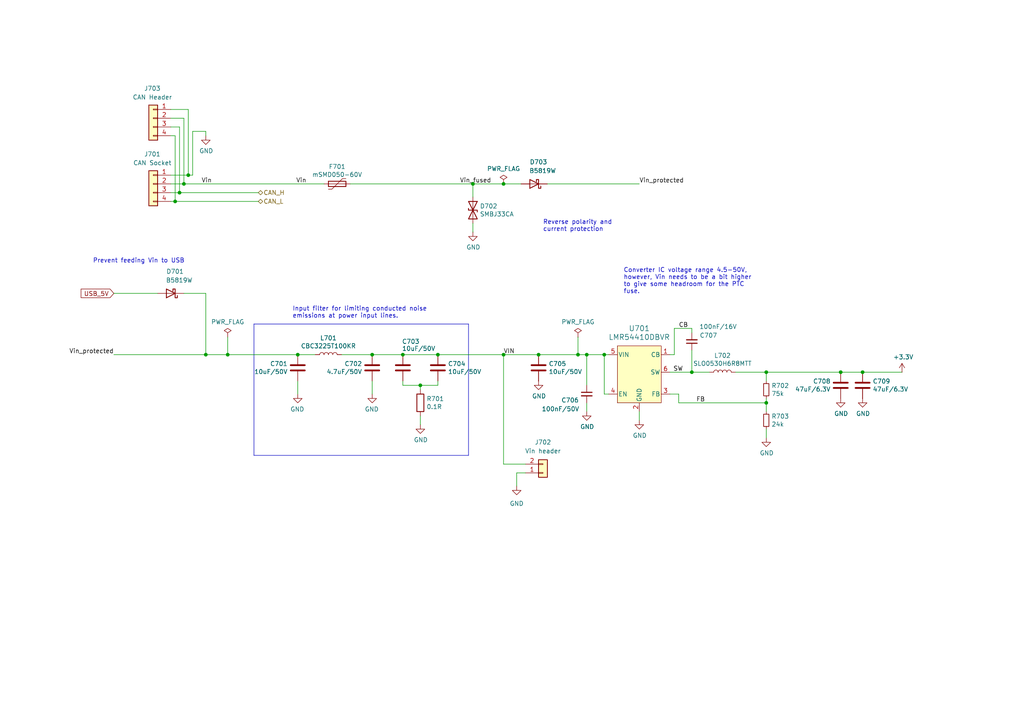
<source format=kicad_sch>
(kicad_sch (version 20231120) (generator "eeschema") (generator_version "8.0")
  (paper "A4")
  (title_block (title "SH-ESP32") (date "2024-10-16") (rev "2.2.1") (company "Hat Labs Oy") (comment 1 "https://creativecommons.org/licenses/by-sa/4.0") (comment 2 "To view a copy of this license, visit ") (comment 3 "SH-ESP32 is licensed under CC BY-SA 4.0."))
  (lib_symbols
    (symbol "Connector_Generic:Conn_01x02" (pin_names (offset 1.016) hide)
      (property "Reference" "J" (at 0 2.54 0))
      (property "Value" "Conn_01x02" (at 0 -5.08 0))
      (symbol "Conn_01x02_1_1"
        (rectangle (start -1.27 -2.413) (end 0 -2.667) (stroke (width 0.1524)))
        (rectangle (start -1.27 0.127) (end 0 -0.127) (stroke (width 0.1524)))
        (rectangle (start -1.27 1.27) (end 1.27 -3.81) (stroke (width 0.254)) (fill (type background)))
        (pin passive line (at -5.08 0 0) (length 3.81) (name "Pin_1") (number "1"))
        (pin passive line (at -5.08 -2.54 0) (length 3.81) (name "Pin_2") (number "2"))
      )
    )
    (symbol "Connector_Generic:Conn_01x04" (pin_names (offset 1.016) hide)
      (property "Reference" "J" (at 0 5.08 0))
      (property "Value" "Conn_01x04" (at 0 -7.62 0))
      (symbol "Conn_01x04_1_1"
        (rectangle (start -1.27 -4.953) (end 0 -5.207) (stroke (width 0.1524)))
        (rectangle (start -1.27 -2.413) (end 0 -2.667) (stroke (width 0.1524)))
        (rectangle (start -1.27 0.127) (end 0 -0.127) (stroke (width 0.1524)))
        (rectangle (start -1.27 2.667) (end 0 2.413) (stroke (width 0.1524)))
        (rectangle (start -1.27 3.81) (end 1.27 -6.35) (stroke (width 0.254)) (fill (type background)))
        (pin passive line (at -5.08 2.54 0) (length 3.81) (name "Pin_1") (number "1"))
        (pin passive line (at -5.08 0 0) (length 3.81) (name "Pin_2") (number "2"))
        (pin passive line (at -5.08 -2.54 0) (length 3.81) (name "Pin_3") (number "3"))
        (pin passive line (at -5.08 -5.08 0) (length 3.81) (name "Pin_4") (number "4"))
      )
    )
    (symbol "Device:C" (pin_numbers hide) (pin_names (offset 0.254))
      (property "Reference" "C" (at 0.635 2.54 0))
      (property "Value" "C" (at 0.635 -2.54 0))
      (symbol "C_0_1"
        (polyline (pts (xy -2.032 -0.762) (xy 2.032 -0.762)) (stroke (width 0.508)))
        (polyline (pts (xy -2.032 0.762) (xy 2.032 0.762)) (stroke (width 0.508)))
      )
      (symbol "C_1_1"
        (pin passive line (at 0 3.81 270) (length 2.794) (name "~") (number "1"))
        (pin passive line (at 0 -3.81 90) (length 2.794) (name "~") (number "2"))
      )
    )
    (symbol "Device:C_Small" (pin_numbers hide) (pin_names (offset 0.254) hide)
      (property "Reference" "C" (at 0.254 1.778 0))
      (property "Value" "C_Small" (at 0.254 -2.032 0))
      (symbol "C_Small_0_1"
        (polyline (pts (xy -1.524 -0.508) (xy 1.524 -0.508)) (stroke (width 0.3302)))
        (polyline (pts (xy -1.524 0.508) (xy 1.524 0.508)) (stroke (width 0.3048)))
      )
      (symbol "C_Small_1_1"
        (pin passive line (at 0 2.54 270) (length 2.032) (name "~") (number "1"))
        (pin passive line (at 0 -2.54 90) (length 2.032) (name "~") (number "2"))
      )
    )
    (symbol "Device:D_Schottky" (pin_numbers hide) (pin_names (offset 1.016) hide)
      (property "Reference" "D" (at 0 2.54 0))
      (property "Value" "D_Schottky" (at 0 -2.54 0))
      (symbol "D_Schottky_0_1"
        (polyline (pts (xy 1.27 0) (xy -1.27 0)))
        (polyline (pts (xy 1.27 1.27) (xy 1.27 -1.27) (xy -1.27 0) (xy 1.27 1.27)) (stroke (width 0.254)))
        (polyline (pts (xy -1.905 0.635) (xy -1.905 1.27) (xy -1.27 1.27) (xy -1.27 -1.27) (xy -0.635 -1.27) (xy -0.635 -0.635)) (stroke (width 0.254)))
      )
      (symbol "D_Schottky_1_1"
        (pin passive line (at -3.81 0 0) (length 2.54) (name "K") (number "1"))
        (pin passive line (at 3.81 0 180) (length 2.54) (name "A") (number "2"))
      )
    )
    (symbol "Device:D_TVS" (pin_numbers hide) (pin_names (offset 1.016) hide)
      (property "Reference" "D" (at 0 2.54 0))
      (property "Value" "D_TVS" (at 0 -2.54 0))
      (symbol "D_TVS_0_1"
        (polyline (pts (xy 1.27 0) (xy -1.27 0)))
        (polyline (pts (xy 0.508 1.27) (xy 0 1.27) (xy 0 -1.27) (xy -0.508 -1.27)) (stroke (width 0.254)))
        (polyline (pts (xy -2.54 1.27) (xy -2.54 -1.27) (xy 2.54 1.27) (xy 2.54 -1.27) (xy -2.54 1.27)) (stroke (width 0.254)))
      )
      (symbol "D_TVS_1_1"
        (pin passive line (at -3.81 0 0) (length 2.54) (name "A1") (number "1"))
        (pin passive line (at 3.81 0 180) (length 2.54) (name "A2") (number "2"))
      )
    )
    (symbol "Device:L" (pin_numbers hide) (pin_names (offset 1.016) hide)
      (property "Reference" "L" (at -1.27 0 90))
      (property "Value" "L" (at 1.905 0 90))
      (symbol "L_0_1"
        (arc (start 0 -2.54) (mid 0.6323 -1.905) (end 0 -1.27))
        (arc (start 0 -1.27) (mid 0.6323 -0.635) (end 0 0))
        (arc (start 0 0) (mid 0.6323 0.635) (end 0 1.27))
        (arc (start 0 1.27) (mid 0.6323 1.905) (end 0 2.54))
      )
      (symbol "L_1_1"
        (pin passive line (at 0 3.81 270) (length 1.27) (name "1") (number "1"))
        (pin passive line (at 0 -3.81 90) (length 1.27) (name "2") (number "2"))
      )
    )
    (symbol "Device:Polyfuse" (pin_numbers hide) (pin_names (offset 0))
      (property "Reference" "F" (at -2.54 0 90))
      (property "Value" "Polyfuse" (at 2.54 0 90))
      (symbol "Polyfuse_0_1"
        (rectangle (start -0.762 2.54) (end 0.762 -2.54) (stroke (width 0.254)))
        (polyline (pts (xy 0 2.54) (xy 0 -2.54)))
        (polyline (pts (xy -1.524 2.54) (xy -1.524 1.524) (xy 1.524 -1.524) (xy 1.524 -2.54)))
      )
      (symbol "Polyfuse_1_1"
        (pin passive line (at 0 3.81 270) (length 1.27) (name "~") (number "1"))
        (pin passive line (at 0 -3.81 90) (length 1.27) (name "~") (number "2"))
      )
    )
    (symbol "Device:R" (pin_numbers hide) (pin_names (offset 0))
      (property "Reference" "R" (at 2.032 0 90))
      (property "Value" "R" (at 0 0 90))
      (symbol "R_0_1"
        (rectangle (start -1.016 -2.54) (end 1.016 2.54) (stroke (width 0.254)))
      )
      (symbol "R_1_1"
        (pin passive line (at 0 3.81 270) (length 1.27) (name "~") (number "1"))
        (pin passive line (at 0 -3.81 90) (length 1.27) (name "~") (number "2"))
      )
    )
    (symbol "Device:R_Small" (pin_numbers hide) (pin_names (offset 0.254) hide)
      (property "Reference" "R" (at 0.762 0.508 0))
      (property "Value" "R_Small" (at 0.762 -1.016 0))
      (symbol "R_Small_0_1"
        (rectangle (start -0.762 1.778) (end 0.762 -1.778) (stroke (width 0.2032)))
      )
      (symbol "R_Small_1_1"
        (pin passive line (at 0 2.54 270) (length 0.762) (name "~") (number "1"))
        (pin passive line (at 0 -2.54 90) (length 0.762) (name "~") (number "2"))
      )
    )
    (symbol "HALSER:LMR54410DBVR" (pin_names (offset 0.254))
      (property "Reference" "U701" (at 0 12.7 0))
      (property "Value" "LMR54410DBVR" (at 0 10.16 0))
      (symbol "LMR54410DBVR_1_1"
        (rectangle (start -6.35 7.62) (end 6.35 -8.89) (fill (type background)))
        (pin input line (at 8.89 5.08 180) (length 2.54) (name "CB") (number "1"))
        (pin power_in line (at 0 -11.43 90) (length 2.54) (name "GND") (number "2"))
        (pin input line (at 8.89 -6.35 180) (length 2.54) (name "FB") (number "3"))
        (pin input line (at -8.89 -6.35 0) (length 2.54) (name "EN") (number "4"))
        (pin power_in line (at -8.89 5.08 0) (length 2.54) (name "VIN") (number "5"))
        (pin power_out line (at 8.89 0 180) (length 2.54) (name "SW") (number "6"))
      )
    )
    (symbol "power:+3.3V" (power) (pin_numbers hide) (pin_names (offset 0) hide)
      (property "Value" "+3.3V" (at 0 3.556 0))
      (symbol "+3.3V_0_1"
        (polyline (pts (xy -0.762 1.27) (xy 0 2.54)))
        (polyline (pts (xy 0 0) (xy 0 2.54)))
        (polyline (pts (xy 0 2.54) (xy 0.762 1.27)))
      )
      (symbol "+3.3V_1_1"
        (pin power_in line (at 0 0 90) (length 0) (name "~") (number "1"))
      )
    )
    (symbol "power:GND" (power) (pin_numbers hide) (pin_names (offset 0) hide)
      (property "Value" "GND" (at 0 -3.81 0))
      (symbol "GND_0_1"
        (polyline (pts (xy 0 0) (xy 0 -1.27) (xy 1.27 -1.27) (xy 0 -2.54) (xy -1.27 -1.27) (xy 0 -1.27)))
      )
      (symbol "GND_1_1"
        (pin power_in line (at 0 0 270) (length 0) (name "~") (number "1"))
      )
    )
    (symbol "power:PWR_FLAG" (power) (pin_numbers hide) (pin_names (offset 0) hide)
      (property "Value" "PWR_FLAG" (at 0 3.81 0))
      (symbol "PWR_FLAG_0_0"
        (pin power_out line (at 0 0 90) (length 0) (name "~") (number "1"))
      )
      (symbol "PWR_FLAG_0_1"
        (polyline (pts (xy 0 0) (xy 0 1.27) (xy -1.016 1.905) (xy 0 2.54) (xy 1.016 1.905) (xy 0 1.27)))
      )
    )
  )
  (junction (at 156.21 102.87))
  (junction (at 116.84 102.87))
  (junction (at 50.8 58.42))
  (junction (at 66.04 102.87))
  (junction (at 86.36 102.87))
  (junction (at 167.64 102.87))
  (junction (at 200.66 107.95))
  (junction (at 243.84 107.95))
  (junction (at 52.07 55.88))
  (junction (at 146.05 102.87))
  (junction (at 170.18 102.87))
  (junction (at 250.19 107.95))
  (junction (at 222.25 107.95))
  (junction (at 53.34 53.34))
  (junction (at 107.95 102.87))
  (junction (at 137.16 53.34))
  (junction (at 222.25 116.84))
  (junction (at 175.26 102.87))
  (junction (at 54.61 50.8))
  (junction (at 127 102.87))
  (junction (at 121.92 111.76))
  (junction (at 59.69 102.87))
  (junction (at 146.05 53.34))
  (wire (pts (xy 156.21 102.87) (xy 167.64 102.87)))
  (wire (pts (xy 49.53 31.75) (xy 54.61 31.75)))
  (wire (pts (xy 55.88 38.1) (xy 59.69 38.1)))
  (wire (pts (xy 86.36 102.87) (xy 91.44 102.87)))
  (wire (pts (xy 54.61 50.8) (xy 49.53 50.8)))
  (wire (pts (xy 167.64 97.79) (xy 167.64 102.87)))
  (wire (pts (xy 53.34 53.34) (xy 93.98 53.34)))
  (wire (pts (xy 59.69 102.87) (xy 66.04 102.87)))
  (wire (pts (xy 66.04 102.87) (xy 86.36 102.87)))
  (wire (pts (xy 116.84 102.87) (xy 127 102.87)))
  (wire (pts (xy 50.8 39.37) (xy 50.8 58.42)))
  (wire (pts (xy 59.69 85.09) (xy 59.69 102.87)))
  (wire (pts (xy 127 111.76) (xy 127 110.49)))
  (polyline (pts (xy 135.89 93.98) (xy 135.89 132.08)))
  (wire (pts (xy 200.66 95.25) (xy 200.66 96.52)))
  (polyline (pts (xy 135.89 132.08) (xy 73.66 132.08)))
  (wire (pts (xy 175.26 102.87) (xy 170.18 102.87)))
  (wire (pts (xy 54.61 31.75) (xy 54.61 50.8)))
  (wire (pts (xy 59.69 38.1) (xy 59.69 39.37)))
  (wire (pts (xy 185.42 121.92) (xy 185.42 119.38)))
  (wire (pts (xy 146.05 53.34) (xy 151.13 53.34)))
  (wire (pts (xy 222.25 115.57) (xy 222.25 116.84)))
  (wire (pts (xy 194.31 107.95) (xy 200.66 107.95)))
  (wire (pts (xy 170.18 102.87) (xy 167.64 102.87)))
  (wire (pts (xy 196.85 114.3) (xy 194.31 114.3)))
  (wire (pts (xy 170.18 116.84) (xy 170.18 119.38)))
  (wire (pts (xy 121.92 113.03) (xy 121.92 111.76)))
  (wire (pts (xy 53.34 34.29) (xy 53.34 53.34)))
  (wire (pts (xy 149.86 137.16) (xy 152.4 137.16)))
  (wire (pts (xy 137.16 53.34) (xy 146.05 53.34)))
  (wire (pts (xy 222.25 107.95) (xy 243.84 107.95)))
  (wire (pts (xy 200.66 101.6) (xy 200.66 107.95)))
  (wire (pts (xy 107.95 114.3) (xy 107.95 110.49)))
  (wire (pts (xy 55.88 50.8) (xy 54.61 50.8)))
  (wire (pts (xy 195.58 95.25) (xy 200.66 95.25)))
  (wire (pts (xy 52.07 36.83) (xy 52.07 55.88)))
  (wire (pts (xy 250.19 107.95) (xy 261.62 107.95)))
  (wire (pts (xy 127 102.87) (xy 146.05 102.87)))
  (wire (pts (xy 49.53 53.34) (xy 53.34 53.34)))
  (wire (pts (xy 49.53 58.42) (xy 50.8 58.42)))
  (wire (pts (xy 99.06 102.87) (xy 107.95 102.87)))
  (wire (pts (xy 170.18 102.87) (xy 170.18 111.76)))
  (wire (pts (xy 137.16 57.15) (xy 137.16 53.34)))
  (wire (pts (xy 121.92 123.19) (xy 121.92 120.65)))
  (wire (pts (xy 50.8 58.42) (xy 74.93 58.42)))
  (wire (pts (xy 146.05 102.87) (xy 146.05 134.62)))
  (wire (pts (xy 175.26 114.3) (xy 175.26 102.87)))
  (wire (pts (xy 176.53 102.87) (xy 175.26 102.87)))
  (wire (pts (xy 158.75 53.34) (xy 185.42 53.34)))
  (wire (pts (xy 49.53 36.83) (xy 52.07 36.83)))
  (polyline (pts (xy 73.66 132.08) (xy 73.66 93.98)))
  (wire (pts (xy 176.53 114.3) (xy 175.26 114.3)))
  (wire (pts (xy 33.02 102.87) (xy 59.69 102.87)))
  (wire (pts (xy 222.25 116.84) (xy 222.25 119.38)))
  (wire (pts (xy 146.05 102.87) (xy 156.21 102.87)))
  (wire (pts (xy 116.84 111.76) (xy 121.92 111.76)))
  (wire (pts (xy 116.84 110.49) (xy 116.84 111.76)))
  (wire (pts (xy 121.92 111.76) (xy 127 111.76)))
  (wire (pts (xy 222.25 107.95) (xy 222.25 110.49)))
  (wire (pts (xy 243.84 107.95) (xy 250.19 107.95)))
  (wire (pts (xy 49.53 55.88) (xy 52.07 55.88)))
  (wire (pts (xy 200.66 107.95) (xy 205.74 107.95)))
  (wire (pts (xy 33.02 85.09) (xy 45.72 85.09)))
  (wire (pts (xy 152.4 134.62) (xy 146.05 134.62)))
  (wire (pts (xy 222.25 127) (xy 222.25 124.46)))
  (wire (pts (xy 196.85 116.84) (xy 196.85 114.3)))
  (wire (pts (xy 52.07 55.88) (xy 74.93 55.88)))
  (polyline (pts (xy 73.66 93.98) (xy 135.89 93.98)))
  (wire (pts (xy 86.36 114.3) (xy 86.36 110.49)))
  (wire (pts (xy 55.88 38.1) (xy 55.88 50.8)))
  (wire (pts (xy 53.34 85.09) (xy 59.69 85.09)))
  (wire (pts (xy 194.31 102.87) (xy 195.58 102.87)))
  (wire (pts (xy 222.25 116.84) (xy 196.85 116.84)))
  (wire (pts (xy 49.53 34.29) (xy 53.34 34.29)))
  (wire (pts (xy 101.6 53.34) (xy 137.16 53.34)))
  (wire (pts (xy 66.04 97.79) (xy 66.04 102.87)))
  (wire (pts (xy 195.58 102.87) (xy 195.58 95.25)))
  (wire (pts (xy 107.95 102.87) (xy 116.84 102.87)))
  (wire (pts (xy 213.36 107.95) (xy 222.25 107.95)))
  (wire (pts (xy 49.53 39.37) (xy 50.8 39.37)))
  (wire (pts (xy 137.16 64.77) (xy 137.16 67.31)))
  (wire (pts (xy 149.86 140.97) (xy 149.86 137.16)))
  (text "Input filter for limiting conducted noise \nemissions at power input lines." (at 84.836 92.456 0) (effects (font (size 1.27 1.27)) (justify left bottom)))
  (text "Converter IC voltage range 4.5-50V,\nhowever, Vin needs to be a bit higher\nto give some headroom for the PTC\nfuse." (at 180.848 85.344 0) (effects (font (size 1.27 1.27)) (justify left bottom)))
  (text "Prevent feeding Vin to USB" (at 26.924 76.454 0) (effects (font (size 1.27 1.27)) (justify left bottom)))
  (text "Reverse polarity and\ncurrent protection" (at 157.48 67.31 0) (effects (font (size 1.27 1.27)) (justify left bottom)))
  (label "VIN" (at 146.05 102.87 0))
  (label "CB" (at 196.85 95.25 0))
  (label "Vin_fused" (at 133.35 53.34 0))
  (label "Vin_protected" (at 185.42 53.34 0))
  (label "Vin" (at 58.42 53.34 0))
  (label "SW" (at 198.12 107.95 180))
  (label "Vin_protected" (at 33.02 102.87 180))
  (label "FB" (at 201.93 116.84 0))
  (label "Vin" (at 88.9 53.34 180))
  (global_label "USB_5V" (shape input) (at 33.02 85.09 180) (property "Intersheetrefs" "${INTERSHEET_REFS}" (effects (hide yes))))
  (hierarchical_label "CAN_L" (shape bidirectional) (at 74.93 58.42 0))
  (hierarchical_label "CAN_H" (shape bidirectional) (at 74.93 55.88 0))
  (symbol (lib_id "power:GND") (at 156.21 110.49 0) (unit 1)
    (property "Reference" "#PWR0706" (effects (hide yes)))
    (property "Value" "GND" (at 156.337 114.8842 0))
    (property "Description" "Power symbol creates a global label with name \"GND\" , ground" (effects (hide yes)))
  )
  (symbol (lib_id "Device:L") (at 209.55 107.95 90) (unit 1)
    (property "Reference" "L702" (at 209.55 103.124 90))
    (property "Value" "SLO0530H6R8MTT" (at 209.55 105.4354 90))
    (property "Footprint" "Inductor_SMD:L_Chilisin_BMRA00050530" (effects (hide yes)))
    (property "Datasheet" "https://www.lcsc.com/datasheet/lcsc_datasheet_2304140030_Sunltech-Tech-SLO0530H6R8MTT_C325965.pdf" (effects (hide yes)))
    (property "LCSC" "C325965" (effects (hide yes)))
  )
  (symbol (lib_id "power:GND") (at 250.19 115.57 0) (unit 1)
    (property "Reference" "#PWR0711" (effects (hide yes)))
    (property "Value" "GND" (at 250.317 119.9642 0))
    (property "Description" "Power symbol creates a global label with name \"GND\" , ground" (effects (hide yes)))
  )
  (symbol (lib_id "power:PWR_FLAG") (at 66.04 97.79 0) (unit 1)
    (property "Reference" "#FLG0701" (effects (hide yes)))
    (property "Value" "PWR_FLAG" (at 66.04 93.3704 0))
    (property "Description" "Special symbol for telling ERC where power comes from" (effects (hide yes)))
  )
  (symbol (lib_id "power:GND") (at 185.42 121.92 0) (unit 1)
    (property "Reference" "#PWR0708" (effects (hide yes)))
    (property "Value" "GND" (at 185.547 126.3142 0))
    (property "Description" "Power symbol creates a global label with name \"GND\" , ground" (effects (hide yes)))
  )
  (symbol (lib_id "Device:Polyfuse") (at 97.79 53.34 270) (unit 1)
    (property "Reference" "F701" (at 97.79 48.3362 90))
    (property "Value" "mSMD050-60V" (at 97.79 50.6476 90))
    (property "Footprint" "PCM_Fuse_AKL:Fuse_1812_4532Metric" (effects (hide yes)))
    (property "LCSC" "C70113" (effects (hide yes)))
  )
  (symbol (lib_id "power:GND") (at 137.16 67.31 0) (unit 1)
    (property "Reference" "#PWR0705" (effects (hide yes)))
    (property "Value" "GND" (at 137.287 71.7042 0))
    (property "Description" "Power symbol creates a global label with name \"GND\" , ground" (effects (hide yes)))
  )
  (symbol (lib_id "power:PWR_FLAG") (at 146.05 53.34 0) (mirror y) (unit 1)
    (property "Reference" "#FLG0702" (effects (hide yes)))
    (property "Value" "PWR_FLAG" (at 146.05 48.9458 0))
    (property "Description" "Special symbol for telling ERC where power comes from" (effects (hide yes)))
  )
  (symbol (lib_id "power:+3.3V") (at 261.62 107.95 0) (unit 1)
    (property "Reference" "#PWR0712" (effects (hide yes)))
    (property "Value" "+3.3V" (at 262.001 103.5558 0))
    (property "Description" "Power symbol creates a global label with name \"+3.3V\"" (effects (hide yes)))
  )
  (symbol (lib_id "Connector_Generic:Conn_01x04") (at 44.45 53.34 0) (mirror y) (unit 1)
    (property "Reference" "J701" (at 44.196 44.704 0))
    (property "Value" "CAN Socket" (at 44.196 47.244 0))
    (property "Footprint" "Connector_Phoenix_MC:PhoenixContact_MCV_1,5_4-G-3.81_1x04_P3.81mm_Vertical" (effects (hide yes)))
    (property "Description" "Generic connector, single row, 01x04, script generated (kicad-library-utils/schlib/autogen/connector/)" (effects (hide yes)))
    (property "LCSC" "C8410" (effects (hide yes)))
    (property "JLCPCB_CORRECTION" "5.715;0;180" (effects (hide yes)))
  )
  (symbol (lib_id "power:GND") (at 59.69 39.37 0) (unit 1)
    (property "Reference" "#PWR0701" (effects (hide yes)))
    (property "Value" "GND" (at 59.817 43.7642 0))
    (property "Description" "Power symbol creates a global label with name \"GND\" , ground" (effects (hide yes)))
  )
  (symbol (lib_id "Device:D_TVS") (at 137.16 60.96 270) (unit 1)
    (property "Reference" "D702" (at 139.1666 59.7916 90) (effects (justify left)))
    (property "Value" "SMBJ33CA" (at 139.1666 62.103 90) (effects (justify left)))
    (property "Footprint" "PCM_Diode_SMD_AKL:D_SMB_TVS" (effects (hide yes)))
    (property "LCSC" "C114000" (effects (hide yes)))
  )
  (symbol (lib_id "Device:D_Schottky") (at 154.94 53.34 180) (unit 1)
    (property "Reference" "D703" (at 158.75 46.99 0) (effects (justify left)))
    (property "Value" "B5819W" (at 161.29 49.53 0) (effects (justify left)))
    (property "Footprint" "PCM_Diode_SMD_AKL:D_SOD-123" (effects (hide yes)))
    (property "LCSC" "C8598" (effects (hide yes)))
  )
  (symbol (lib_id "Device:D_Schottky") (at 49.53 85.09 180) (unit 1)
    (property "Reference" "D701" (at 53.34 78.74 0) (effects (justify left)))
    (property "Value" "B5819W" (at 55.88 81.28 0) (effects (justify left)))
    (property "Footprint" "PCM_Diode_SMD_AKL:D_SOD-123" (effects (hide yes)))
    (property "LCSC" "C8598" (effects (hide yes)))
  )
  (symbol (lib_id "power:GND") (at 121.92 123.19 0) (unit 1)
    (property "Reference" "#PWR0704" (effects (hide yes)))
    (property "Value" "GND" (at 122.047 127.5842 0))
    (property "Description" "Power symbol creates a global label with name \"GND\" , ground" (effects (hide yes)))
  )
  (symbol (lib_id "Device:C") (at 127 106.68 0) (unit 1)
    (property "Reference" "C704" (at 129.921 105.5116 0) (effects (justify left)))
    (property "Value" "10uF/50V" (at 129.921 107.823 0) (effects (justify left)))
    (property "Footprint" "PCM_Capacitor_SMD_AKL:C_1206_3216Metric" (effects (hide yes)))
    (property "Notes" "50V" (effects (hide yes)))
    (property "LCSC" "C13585" (effects (hide yes)))
  )
  (symbol (lib_id "Device:R") (at 121.92 116.84 180) (unit 1)
    (property "Reference" "R701" (at 123.698 115.6716 0) (effects (justify right)))
    (property "Value" "0.1R" (at 123.698 117.983 0) (effects (justify right)))
    (property "Footprint" "PCM_Resistor_SMD_AKL:R_0603_1608Metric" (effects (hide yes)))
    (property "LCSC" "C3013345" (effects (hide yes)))
  )
  (symbol (lib_id "power:GND") (at 86.36 114.3 0) (mirror y) (unit 1)
    (property "Reference" "#PWR0702" (effects (hide yes)))
    (property "Value" "GND" (at 86.233 118.6942 0))
    (property "Description" "Power symbol creates a global label with name \"GND\" , ground" (effects (hide yes)))
  )
  (symbol (lib_id "Device:L") (at 95.25 102.87 90) (unit 1)
    (property "Reference" "L701" (at 95.25 98.044 90))
    (property "Value" "CBC3225T100KR" (at 95.25 100.3554 90))
    (property "Footprint" "Inductor_SMD:L_1210_3225Metric" (effects (hide yes)))
    (property "LCSC" "C90321" (effects (hide yes)))
    (property "Notes" "Alternatives: CBC3225T100KR, CBC3225T100MR, NLCV32T-100K-PFR" (effects (hide yes)))
  )
  (symbol (lib_id "Device:C") (at 107.95 106.68 0) (mirror x) (unit 1)
    (property "Reference" "C702" (at 105.029 105.5116 0) (effects (justify right)))
    (property "Value" "4.7uF/50V" (at 105.029 107.823 0) (effects (justify right)))
    (property "Footprint" "PCM_Capacitor_SMD_AKL:C_0805_2012Metric" (effects (hide yes)))
    (property "LCSC" "C1710" (effects (hide yes)))
  )
  (symbol (lib_id "power:GND") (at 107.95 114.3 0) (mirror y) (unit 1)
    (property "Reference" "#PWR0703" (effects (hide yes)))
    (property "Value" "GND" (at 107.823 118.6942 0))
    (property "Description" "Power symbol creates a global label with name \"GND\" , ground" (effects (hide yes)))
  )
  (symbol (lib_id "power:PWR_FLAG") (at 167.64 97.79 0) (unit 1)
    (property "Reference" "#FLG0703" (effects (hide yes)))
    (property "Value" "PWR_FLAG" (at 167.64 93.3704 0))
    (property "Description" "Special symbol for telling ERC where power comes from" (effects (hide yes)))
  )
  (symbol (lib_id "Device:R_Small") (at 222.25 113.03 0) (unit 1)
    (property "Reference" "R702" (at 223.7486 111.8616 0) (effects (justify left)))
    (property "Value" "75k" (at 223.7486 114.173 0) (effects (justify left)))
    (property "Footprint" "PCM_Resistor_SMD_AKL:R_0402_1005Metric" (effects (hide yes)))
    (property "LCSC" "C208939" (effects (hide yes)))
  )
  (symbol (lib_id "Device:R_Small") (at 222.25 121.92 0) (unit 1)
    (property "Reference" "R703" (at 223.7486 120.7516 0) (effects (justify left)))
    (property "Value" "24k" (at 223.7486 123.063 0) (effects (justify left)))
    (property "Footprint" "PCM_Resistor_SMD_AKL:R_0402_1005Metric" (effects (hide yes)))
    (property "LCSC" " C25769" (effects (hide yes)))
  )
  (symbol (lib_id "power:GND") (at 222.25 127 0) (unit 1)
    (property "Reference" "#PWR0709" (effects (hide yes)))
    (property "Value" "GND" (at 222.377 131.3942 0))
    (property "Description" "Power symbol creates a global label with name \"GND\" , ground" (effects (hide yes)))
  )
  (symbol (lib_id "Device:C") (at 116.84 106.68 0) (unit 1)
    (property "Reference" "C703" (at 116.586 99.06 0) (effects (justify left)))
    (property "Value" "10uF/50V" (at 116.586 101.092 0) (effects (justify left)))
    (property "Footprint" "PCM_Capacitor_SMD_AKL:C_1206_3216Metric" (effects (hide yes)))
    (property "Notes" "50V" (effects (hide yes)))
    (property "LCSC" "C13585" (effects (hide yes)))
  )
  (symbol (lib_id "Device:C") (at 86.36 106.68 0) (mirror y) (unit 1)
    (property "Reference" "C701" (at 83.439 105.5116 0) (effects (justify left)))
    (property "Value" "10uF/50V" (at 83.439 107.823 0) (effects (justify left)))
    (property "Footprint" "PCM_Capacitor_SMD_AKL:C_1206_3216Metric" (effects (hide yes)))
    (property "Notes" "50V" (effects (hide yes)))
    (property "LCSC" "C13585" (effects (hide yes)))
  )
  (symbol (lib_id "Device:C") (at 156.21 106.68 0) (unit 1)
    (property "Reference" "C705" (at 159.131 105.5116 0) (effects (justify left)))
    (property "Value" "10uF/50V" (at 159.131 107.823 0) (effects (justify left)))
    (property "Footprint" "PCM_Capacitor_SMD_AKL:C_1206_3216Metric" (effects (hide yes)))
    (property "Notes" "50V" (effects (hide yes)))
    (property "LCSC" "C13585" (effects (hide yes)))
  )
  (symbol (lib_id "power:GND") (at 149.86 140.97 0) (unit 1)
    (property "Reference" "#PWR0713" (effects (hide yes)))
    (property "Value" "GND" (at 149.86 146.05 0))
    (property "Description" "Power symbol creates a global label with name \"GND\" , ground" (effects (hide yes)))
  )
  (symbol (lib_id "power:GND") (at 243.84 115.57 0) (unit 1)
    (property "Reference" "#PWR0710" (effects (hide yes)))
    (property "Value" "GND" (at 243.967 119.9642 0))
    (property "Description" "Power symbol creates a global label with name \"GND\" , ground" (effects (hide yes)))
  )
  (symbol (lib_id "Device:C") (at 243.84 111.76 0) (mirror y) (unit 1)
    (property "Reference" "C708" (at 240.919 110.5916 0) (effects (justify left)))
    (property "Value" "47uF/6.3V" (at 240.919 112.903 0) (effects (justify left)))
    (property "Footprint" "PCM_Capacitor_SMD_AKL:C_0805_2012Metric" (effects (hide yes)))
    (property "Notes" "Min 6.3V" (effects (hide yes)))
    (property "LCSC" "C16780" (effects (hide yes)))
  )
  (symbol (lib_id "Device:C_Small") (at 170.18 114.3 0) (unit 1)
    (property "Reference" "C706" (at 165.354 116.078 0))
    (property "Value" "100nF/50V" (at 162.56 118.618 0))
    (property "Footprint" "PCM_Capacitor_SMD_AKL:C_0603_1608Metric" (effects (hide yes)))
    (property "LCSC" "C14663" (effects (hide yes)))
  )
  (symbol (lib_id "power:GND") (at 170.18 119.38 0) (unit 1)
    (property "Reference" "#PWR0707" (effects (hide yes)))
    (property "Value" "GND" (at 170.307 123.7742 0))
    (property "Description" "Power symbol creates a global label with name \"GND\" , ground" (effects (hide yes)))
  )
  (symbol (lib_id "Device:C") (at 250.19 111.76 0) (unit 1)
    (property "Reference" "C709" (at 253.111 110.5916 0) (effects (justify left)))
    (property "Value" "47uF/6.3V" (at 253.111 112.903 0) (effects (justify left)))
    (property "Footprint" "PCM_Capacitor_SMD_AKL:C_0805_2012Metric" (effects (hide yes)))
    (property "Notes" "Min 6.3V" (effects (hide yes)))
    (property "LCSC" "C16780" (effects (hide yes)))
  )
  (symbol (lib_id "HALSER:LMR54410DBVR") (at 185.42 107.95 0) (unit 1)
    (property "Reference" "U701" (at 185.42 95.25 0) (effects (font (size 1.524 1.524))))
    (property "Value" "LMR54410DBVR" (at 185.42 97.79 0) (effects (font (size 1.524 1.524))))
    (property "Footprint" "PCM_Package_TO_SOT_SMD_AKL:SOT-23-6" (effects (hide yes)))
    (property "Datasheet" "LMR54410DBVR" (effects (hide yes)))
    (property "LCSC" " C3200265" (effects (hide yes)))
    (property "JLCPCB_CORRECTION" "0;0;180" (effects (hide yes)))
  )
  (symbol (lib_id "Device:C_Small") (at 200.66 99.06 180) (unit 1)
    (property "Reference" "C707" (at 205.486 97.282 0))
    (property "Value" "100nF/16V" (at 208.28 94.742 0))
    (property "Footprint" "PCM_Capacitor_SMD_AKL:C_0402_1005Metric" (effects (hide yes)))
    (property "LCSC" "C1525" (effects (hide yes)))
  )
  (symbol (lib_id "Connector_Generic:Conn_01x02") (at 157.48 137.16 0) (mirror x) (unit 1) (in_bom no)
    (property "Reference" "J702" (at 157.48 128.27 0))
    (property "Value" "Vin header" (at 157.48 130.81 0))
    (property "Footprint" "Connector_PinHeader_2.54mm:PinHeader_1x02_P2.54mm_Vertical" (effects (hide yes)))
    (property "Description" "Generic connector, single row, 01x02, script generated (kicad-library-utils/schlib/autogen/connector/)" (effects (hide yes)))
    (property "LCSC" "C492401" (effects (hide yes)))
    (property "JLCPCB_CORRECTION" "0;1.27;90" (effects (hide yes)))
  )
  (symbol (lib_id "Connector_Generic:Conn_01x04") (at 44.45 34.29 0) (mirror y) (unit 1)
    (property "Reference" "J703" (at 44.196 25.654 0))
    (property "Value" "CAN Header" (at 44.196 28.194 0))
    (property "Footprint" "Connector_PinHeader_2.54mm:PinHeader_1x04_P2.54mm_Vertical" (effects (hide yes)))
    (property "Description" "Generic connector, single row, 01x04, script generated (kicad-library-utils/schlib/autogen/connector/)" (effects (hide yes)))
    (property "LCSC" "C7430360 " (effects (hide yes)))
    (property "JLCPCB_CORRECTION" "0;3.81;90" (effects (hide yes)))
  )
)
</source>
